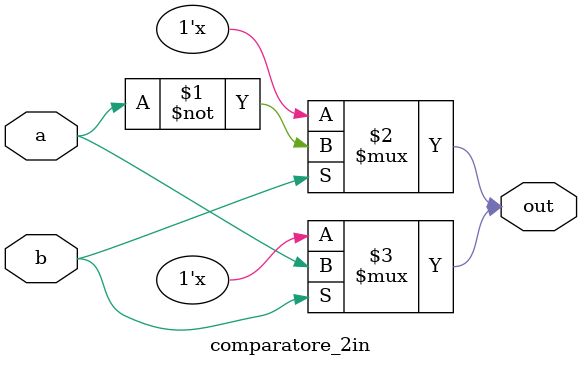
<source format=v>
`timescale 1ns / 1ps
module comparatore_2in(
    input a,
    input b,
    output out
    );
	
	notif0(out,a,b);
	bufif1(out,a,b);
endmodule

</source>
